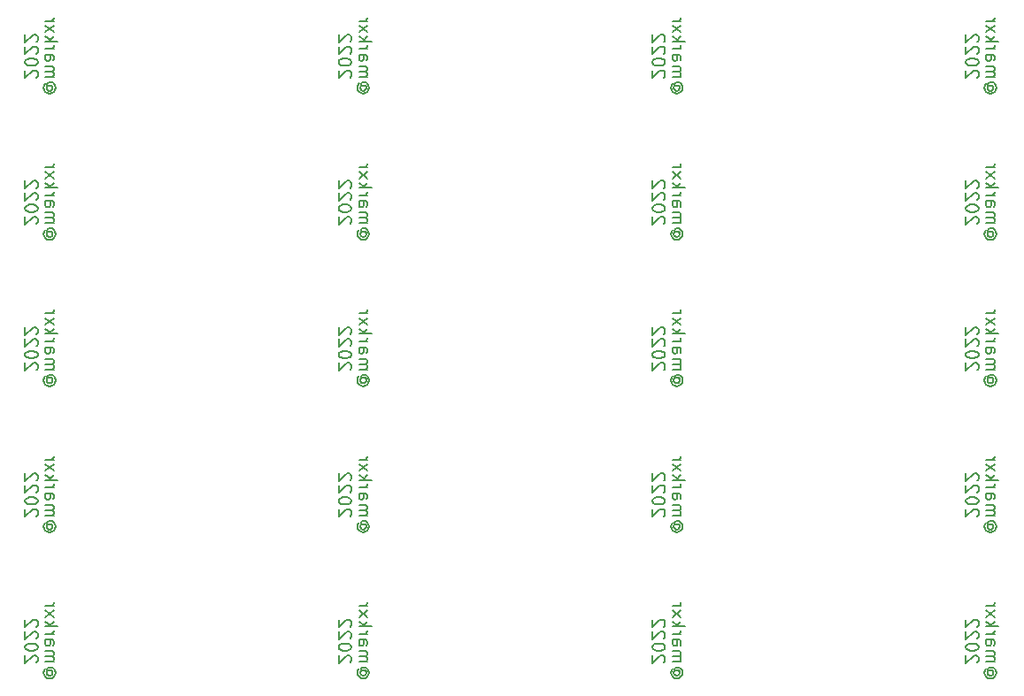
<source format=gbr>
%TF.GenerationSoftware,KiCad,Pcbnew,6.0.0-rc1-unknown-c40e921cb3~144~ubuntu18.04.1*%
%TF.CreationDate,2021-12-01T16:53:05+00:00*%
%TF.ProjectId,output.panel20,6f757470-7574-42e7-9061-6e656c32302e,rev?*%
%TF.SameCoordinates,PX9896800PY7270e00*%
%TF.FileFunction,Legend,Bot*%
%TF.FilePolarity,Positive*%
%FSLAX46Y46*%
G04 Gerber Fmt 4.6, Leading zero omitted, Abs format (unit mm)*
G04 Created by KiCad (PCBNEW 6.0.0-rc1-unknown-c40e921cb3~144~ubuntu18.04.1) date 2021-12-01 16:53:05*
%MOMM*%
%LPD*%
G01*
G04 APERTURE LIST*
%ADD10C,0.150000*%
G04 APERTURE END LIST*
D10*
X24394571Y-2900000D02*
X24451714Y-2957142D01*
X24508857Y-3071428D01*
X24508857Y-3185714D01*
X24451714Y-3300000D01*
X24394571Y-3357142D01*
X24280285Y-3414285D01*
X24166000Y-3414285D01*
X24051714Y-3357142D01*
X23994571Y-3300000D01*
X23937428Y-3185714D01*
X23937428Y-3071428D01*
X23994571Y-2957142D01*
X24051714Y-2900000D01*
X24508857Y-2900000D02*
X24051714Y-2900000D01*
X23994571Y-2842857D01*
X23994571Y-2785714D01*
X24051714Y-2671428D01*
X24166000Y-2614285D01*
X24451714Y-2614285D01*
X24623142Y-2728571D01*
X24737428Y-2900000D01*
X24794571Y-3128571D01*
X24737428Y-3357142D01*
X24623142Y-3528571D01*
X24451714Y-3642857D01*
X24223142Y-3700000D01*
X23994571Y-3642857D01*
X23823142Y-3528571D01*
X23708857Y-3357142D01*
X23651714Y-3128571D01*
X23708857Y-2900000D01*
X23823142Y-2728571D01*
X23823142Y-2100000D02*
X24623142Y-2100000D01*
X24508857Y-2100000D02*
X24566000Y-2042857D01*
X24623142Y-1928571D01*
X24623142Y-1757142D01*
X24566000Y-1642857D01*
X24451714Y-1585714D01*
X23823142Y-1585714D01*
X24451714Y-1585714D02*
X24566000Y-1528571D01*
X24623142Y-1414285D01*
X24623142Y-1242857D01*
X24566000Y-1128571D01*
X24451714Y-1071428D01*
X23823142Y-1071428D01*
X23823142Y14286D02*
X24451714Y14286D01*
X24566000Y-42857D01*
X24623142Y-157142D01*
X24623142Y-385714D01*
X24566000Y-500000D01*
X23880285Y14286D02*
X23823142Y-100000D01*
X23823142Y-385714D01*
X23880285Y-500000D01*
X23994571Y-557142D01*
X24108857Y-557142D01*
X24223142Y-500000D01*
X24280285Y-385714D01*
X24280285Y-100000D01*
X24337428Y14286D01*
X23823142Y585715D02*
X24623142Y585715D01*
X24394571Y585715D02*
X24508857Y642858D01*
X24566000Y700000D01*
X24623142Y814286D01*
X24623142Y928572D01*
X23823142Y1328572D02*
X25023142Y1328572D01*
X24280285Y1442858D02*
X23823142Y1785715D01*
X24623142Y1785715D02*
X24166000Y1328572D01*
X23823142Y2185715D02*
X24623142Y2814286D01*
X24623142Y2185715D02*
X23823142Y2814286D01*
X23823142Y3271429D02*
X24623142Y3271429D01*
X24394571Y3271429D02*
X24508857Y3328572D01*
X24566000Y3385715D01*
X24623142Y3500000D01*
X24623142Y3614286D01*
X22976857Y-2157142D02*
X23034000Y-2100000D01*
X23091142Y-1985714D01*
X23091142Y-1700000D01*
X23034000Y-1585714D01*
X22976857Y-1528571D01*
X22862571Y-1471428D01*
X22748285Y-1471428D01*
X22576857Y-1528571D01*
X21891142Y-2214285D01*
X21891142Y-1471428D01*
X23091142Y-728571D02*
X23091142Y-614285D01*
X23034000Y-500000D01*
X22976857Y-442857D01*
X22862571Y-385714D01*
X22634000Y-328571D01*
X22348285Y-328571D01*
X22119714Y-385714D01*
X22005428Y-442857D01*
X21948285Y-500000D01*
X21891142Y-614285D01*
X21891142Y-728571D01*
X21948285Y-842857D01*
X22005428Y-900000D01*
X22119714Y-957142D01*
X22348285Y-1014285D01*
X22634000Y-1014285D01*
X22862571Y-957142D01*
X22976857Y-900000D01*
X23034000Y-842857D01*
X23091142Y-728571D01*
X22976857Y128572D02*
X23034000Y185715D01*
X23091142Y300000D01*
X23091142Y585715D01*
X23034000Y700000D01*
X22976857Y757143D01*
X22862571Y814286D01*
X22748285Y814286D01*
X22576857Y757143D01*
X21891142Y71429D01*
X21891142Y814286D01*
X22976857Y1271429D02*
X23034000Y1328572D01*
X23091142Y1442858D01*
X23091142Y1728572D01*
X23034000Y1842858D01*
X22976857Y1900000D01*
X22862571Y1957143D01*
X22748285Y1957143D01*
X22576857Y1900000D01*
X21891142Y1214286D01*
X21891142Y1957143D01*
X-5605429Y11100000D02*
X-5548286Y11042858D01*
X-5491143Y10928572D01*
X-5491143Y10814286D01*
X-5548286Y10700000D01*
X-5605429Y10642858D01*
X-5719715Y10585715D01*
X-5834000Y10585715D01*
X-5948286Y10642858D01*
X-6005429Y10700000D01*
X-6062572Y10814286D01*
X-6062572Y10928572D01*
X-6005429Y11042858D01*
X-5948286Y11100000D01*
X-5491143Y11100000D02*
X-5948286Y11100000D01*
X-6005429Y11157143D01*
X-6005429Y11214286D01*
X-5948286Y11328572D01*
X-5834000Y11385715D01*
X-5548286Y11385715D01*
X-5376858Y11271429D01*
X-5262572Y11100000D01*
X-5205429Y10871429D01*
X-5262572Y10642858D01*
X-5376858Y10471429D01*
X-5548286Y10357143D01*
X-5776858Y10300000D01*
X-6005429Y10357143D01*
X-6176858Y10471429D01*
X-6291143Y10642858D01*
X-6348286Y10871429D01*
X-6291143Y11100000D01*
X-6176858Y11271429D01*
X-6176858Y11900000D02*
X-5376858Y11900000D01*
X-5491143Y11900000D02*
X-5434000Y11957143D01*
X-5376858Y12071429D01*
X-5376858Y12242858D01*
X-5434000Y12357143D01*
X-5548286Y12414286D01*
X-6176858Y12414286D01*
X-5548286Y12414286D02*
X-5434000Y12471429D01*
X-5376858Y12585715D01*
X-5376858Y12757143D01*
X-5434000Y12871429D01*
X-5548286Y12928572D01*
X-6176858Y12928572D01*
X-6176858Y14014286D02*
X-5548286Y14014286D01*
X-5434000Y13957143D01*
X-5376858Y13842858D01*
X-5376858Y13614286D01*
X-5434000Y13500000D01*
X-6119715Y14014286D02*
X-6176858Y13900000D01*
X-6176858Y13614286D01*
X-6119715Y13500000D01*
X-6005429Y13442858D01*
X-5891143Y13442858D01*
X-5776858Y13500000D01*
X-5719715Y13614286D01*
X-5719715Y13900000D01*
X-5662572Y14014286D01*
X-6176858Y14585715D02*
X-5376858Y14585715D01*
X-5605429Y14585715D02*
X-5491143Y14642858D01*
X-5434000Y14700000D01*
X-5376858Y14814286D01*
X-5376858Y14928572D01*
X-6176858Y15328572D02*
X-4976858Y15328572D01*
X-5719715Y15442858D02*
X-6176858Y15785715D01*
X-5376858Y15785715D02*
X-5834000Y15328572D01*
X-6176858Y16185715D02*
X-5376858Y16814286D01*
X-5376858Y16185715D02*
X-6176858Y16814286D01*
X-6176858Y17271429D02*
X-5376858Y17271429D01*
X-5605429Y17271429D02*
X-5491143Y17328572D01*
X-5434000Y17385715D01*
X-5376858Y17500000D01*
X-5376858Y17614286D01*
X-7023143Y11842858D02*
X-6966000Y11900000D01*
X-6908858Y12014286D01*
X-6908858Y12300000D01*
X-6966000Y12414286D01*
X-7023143Y12471429D01*
X-7137429Y12528572D01*
X-7251715Y12528572D01*
X-7423143Y12471429D01*
X-8108858Y11785715D01*
X-8108858Y12528572D01*
X-6908858Y13271429D02*
X-6908858Y13385715D01*
X-6966000Y13500000D01*
X-7023143Y13557143D01*
X-7137429Y13614286D01*
X-7366000Y13671429D01*
X-7651715Y13671429D01*
X-7880286Y13614286D01*
X-7994572Y13557143D01*
X-8051715Y13500000D01*
X-8108858Y13385715D01*
X-8108858Y13271429D01*
X-8051715Y13157143D01*
X-7994572Y13100000D01*
X-7880286Y13042858D01*
X-7651715Y12985715D01*
X-7366000Y12985715D01*
X-7137429Y13042858D01*
X-7023143Y13100000D01*
X-6966000Y13157143D01*
X-6908858Y13271429D01*
X-7023143Y14128572D02*
X-6966000Y14185715D01*
X-6908858Y14300000D01*
X-6908858Y14585715D01*
X-6966000Y14700000D01*
X-7023143Y14757143D01*
X-7137429Y14814286D01*
X-7251715Y14814286D01*
X-7423143Y14757143D01*
X-8108858Y14071429D01*
X-8108858Y14814286D01*
X-7023143Y15271429D02*
X-6966000Y15328572D01*
X-6908858Y15442858D01*
X-6908858Y15728572D01*
X-6966000Y15842858D01*
X-7023143Y15900000D01*
X-7137429Y15957143D01*
X-7251715Y15957143D01*
X-7423143Y15900000D01*
X-8108858Y15214286D01*
X-8108858Y15957143D01*
X24394571Y25100000D02*
X24451714Y25042858D01*
X24508857Y24928572D01*
X24508857Y24814286D01*
X24451714Y24700000D01*
X24394571Y24642858D01*
X24280285Y24585715D01*
X24166000Y24585715D01*
X24051714Y24642858D01*
X23994571Y24700000D01*
X23937428Y24814286D01*
X23937428Y24928572D01*
X23994571Y25042858D01*
X24051714Y25100000D01*
X24508857Y25100000D02*
X24051714Y25100000D01*
X23994571Y25157143D01*
X23994571Y25214286D01*
X24051714Y25328572D01*
X24166000Y25385715D01*
X24451714Y25385715D01*
X24623142Y25271429D01*
X24737428Y25100000D01*
X24794571Y24871429D01*
X24737428Y24642858D01*
X24623142Y24471429D01*
X24451714Y24357143D01*
X24223142Y24300000D01*
X23994571Y24357143D01*
X23823142Y24471429D01*
X23708857Y24642858D01*
X23651714Y24871429D01*
X23708857Y25100000D01*
X23823142Y25271429D01*
X23823142Y25900000D02*
X24623142Y25900000D01*
X24508857Y25900000D02*
X24566000Y25957143D01*
X24623142Y26071429D01*
X24623142Y26242858D01*
X24566000Y26357143D01*
X24451714Y26414286D01*
X23823142Y26414286D01*
X24451714Y26414286D02*
X24566000Y26471429D01*
X24623142Y26585715D01*
X24623142Y26757143D01*
X24566000Y26871429D01*
X24451714Y26928572D01*
X23823142Y26928572D01*
X23823142Y28014286D02*
X24451714Y28014286D01*
X24566000Y27957143D01*
X24623142Y27842858D01*
X24623142Y27614286D01*
X24566000Y27500000D01*
X23880285Y28014286D02*
X23823142Y27900000D01*
X23823142Y27614286D01*
X23880285Y27500000D01*
X23994571Y27442858D01*
X24108857Y27442858D01*
X24223142Y27500000D01*
X24280285Y27614286D01*
X24280285Y27900000D01*
X24337428Y28014286D01*
X23823142Y28585715D02*
X24623142Y28585715D01*
X24394571Y28585715D02*
X24508857Y28642858D01*
X24566000Y28700000D01*
X24623142Y28814286D01*
X24623142Y28928572D01*
X23823142Y29328572D02*
X25023142Y29328572D01*
X24280285Y29442858D02*
X23823142Y29785715D01*
X24623142Y29785715D02*
X24166000Y29328572D01*
X23823142Y30185715D02*
X24623142Y30814286D01*
X24623142Y30185715D02*
X23823142Y30814286D01*
X23823142Y31271429D02*
X24623142Y31271429D01*
X24394571Y31271429D02*
X24508857Y31328572D01*
X24566000Y31385715D01*
X24623142Y31500000D01*
X24623142Y31614286D01*
X22976857Y25842858D02*
X23034000Y25900000D01*
X23091142Y26014286D01*
X23091142Y26300000D01*
X23034000Y26414286D01*
X22976857Y26471429D01*
X22862571Y26528572D01*
X22748285Y26528572D01*
X22576857Y26471429D01*
X21891142Y25785715D01*
X21891142Y26528572D01*
X23091142Y27271429D02*
X23091142Y27385715D01*
X23034000Y27500000D01*
X22976857Y27557143D01*
X22862571Y27614286D01*
X22634000Y27671429D01*
X22348285Y27671429D01*
X22119714Y27614286D01*
X22005428Y27557143D01*
X21948285Y27500000D01*
X21891142Y27385715D01*
X21891142Y27271429D01*
X21948285Y27157143D01*
X22005428Y27100000D01*
X22119714Y27042858D01*
X22348285Y26985715D01*
X22634000Y26985715D01*
X22862571Y27042858D01*
X22976857Y27100000D01*
X23034000Y27157143D01*
X23091142Y27271429D01*
X22976857Y28128572D02*
X23034000Y28185715D01*
X23091142Y28300000D01*
X23091142Y28585715D01*
X23034000Y28700000D01*
X22976857Y28757143D01*
X22862571Y28814286D01*
X22748285Y28814286D01*
X22576857Y28757143D01*
X21891142Y28071429D01*
X21891142Y28814286D01*
X22976857Y29271429D02*
X23034000Y29328572D01*
X23091142Y29442858D01*
X23091142Y29728572D01*
X23034000Y29842858D01*
X22976857Y29900000D01*
X22862571Y29957143D01*
X22748285Y29957143D01*
X22576857Y29900000D01*
X21891142Y29214286D01*
X21891142Y29957143D01*
X-35605429Y-2900000D02*
X-35548286Y-2957142D01*
X-35491143Y-3071428D01*
X-35491143Y-3185714D01*
X-35548286Y-3300000D01*
X-35605429Y-3357142D01*
X-35719715Y-3414285D01*
X-35834000Y-3414285D01*
X-35948286Y-3357142D01*
X-36005429Y-3300000D01*
X-36062572Y-3185714D01*
X-36062572Y-3071428D01*
X-36005429Y-2957142D01*
X-35948286Y-2900000D01*
X-35491143Y-2900000D02*
X-35948286Y-2900000D01*
X-36005429Y-2842857D01*
X-36005429Y-2785714D01*
X-35948286Y-2671428D01*
X-35834000Y-2614285D01*
X-35548286Y-2614285D01*
X-35376858Y-2728571D01*
X-35262572Y-2900000D01*
X-35205429Y-3128571D01*
X-35262572Y-3357142D01*
X-35376858Y-3528571D01*
X-35548286Y-3642857D01*
X-35776858Y-3700000D01*
X-36005429Y-3642857D01*
X-36176858Y-3528571D01*
X-36291143Y-3357142D01*
X-36348286Y-3128571D01*
X-36291143Y-2900000D01*
X-36176858Y-2728571D01*
X-36176858Y-2100000D02*
X-35376858Y-2100000D01*
X-35491143Y-2100000D02*
X-35434000Y-2042857D01*
X-35376858Y-1928571D01*
X-35376858Y-1757142D01*
X-35434000Y-1642857D01*
X-35548286Y-1585714D01*
X-36176858Y-1585714D01*
X-35548286Y-1585714D02*
X-35434000Y-1528571D01*
X-35376858Y-1414285D01*
X-35376858Y-1242857D01*
X-35434000Y-1128571D01*
X-35548286Y-1071428D01*
X-36176858Y-1071428D01*
X-36176858Y14286D02*
X-35548286Y14286D01*
X-35434000Y-42857D01*
X-35376858Y-157142D01*
X-35376858Y-385714D01*
X-35434000Y-500000D01*
X-36119715Y14286D02*
X-36176858Y-100000D01*
X-36176858Y-385714D01*
X-36119715Y-500000D01*
X-36005429Y-557142D01*
X-35891143Y-557142D01*
X-35776858Y-500000D01*
X-35719715Y-385714D01*
X-35719715Y-100000D01*
X-35662572Y14286D01*
X-36176858Y585715D02*
X-35376858Y585715D01*
X-35605429Y585715D02*
X-35491143Y642858D01*
X-35434000Y700000D01*
X-35376858Y814286D01*
X-35376858Y928572D01*
X-36176858Y1328572D02*
X-34976858Y1328572D01*
X-35719715Y1442858D02*
X-36176858Y1785715D01*
X-35376858Y1785715D02*
X-35834000Y1328572D01*
X-36176858Y2185715D02*
X-35376858Y2814286D01*
X-35376858Y2185715D02*
X-36176858Y2814286D01*
X-36176858Y3271429D02*
X-35376858Y3271429D01*
X-35605429Y3271429D02*
X-35491143Y3328572D01*
X-35434000Y3385715D01*
X-35376858Y3500000D01*
X-35376858Y3614286D01*
X-37023143Y-2157142D02*
X-36966000Y-2100000D01*
X-36908858Y-1985714D01*
X-36908858Y-1700000D01*
X-36966000Y-1585714D01*
X-37023143Y-1528571D01*
X-37137429Y-1471428D01*
X-37251715Y-1471428D01*
X-37423143Y-1528571D01*
X-38108858Y-2214285D01*
X-38108858Y-1471428D01*
X-36908858Y-728571D02*
X-36908858Y-614285D01*
X-36966000Y-500000D01*
X-37023143Y-442857D01*
X-37137429Y-385714D01*
X-37366000Y-328571D01*
X-37651715Y-328571D01*
X-37880286Y-385714D01*
X-37994572Y-442857D01*
X-38051715Y-500000D01*
X-38108858Y-614285D01*
X-38108858Y-728571D01*
X-38051715Y-842857D01*
X-37994572Y-900000D01*
X-37880286Y-957142D01*
X-37651715Y-1014285D01*
X-37366000Y-1014285D01*
X-37137429Y-957142D01*
X-37023143Y-900000D01*
X-36966000Y-842857D01*
X-36908858Y-728571D01*
X-37023143Y128572D02*
X-36966000Y185715D01*
X-36908858Y300000D01*
X-36908858Y585715D01*
X-36966000Y700000D01*
X-37023143Y757143D01*
X-37137429Y814286D01*
X-37251715Y814286D01*
X-37423143Y757143D01*
X-38108858Y71429D01*
X-38108858Y814286D01*
X-37023143Y1271429D02*
X-36966000Y1328572D01*
X-36908858Y1442858D01*
X-36908858Y1728572D01*
X-36966000Y1842858D01*
X-37023143Y1900000D01*
X-37137429Y1957143D01*
X-37251715Y1957143D01*
X-37423143Y1900000D01*
X-38108858Y1214286D01*
X-38108858Y1957143D01*
X-65605429Y53100000D02*
X-65548286Y53042858D01*
X-65491143Y52928572D01*
X-65491143Y52814286D01*
X-65548286Y52700000D01*
X-65605429Y52642858D01*
X-65719715Y52585715D01*
X-65834000Y52585715D01*
X-65948286Y52642858D01*
X-66005429Y52700000D01*
X-66062572Y52814286D01*
X-66062572Y52928572D01*
X-66005429Y53042858D01*
X-65948286Y53100000D01*
X-65491143Y53100000D02*
X-65948286Y53100000D01*
X-66005429Y53157143D01*
X-66005429Y53214286D01*
X-65948286Y53328572D01*
X-65834000Y53385715D01*
X-65548286Y53385715D01*
X-65376858Y53271429D01*
X-65262572Y53100000D01*
X-65205429Y52871429D01*
X-65262572Y52642858D01*
X-65376858Y52471429D01*
X-65548286Y52357143D01*
X-65776858Y52300000D01*
X-66005429Y52357143D01*
X-66176858Y52471429D01*
X-66291143Y52642858D01*
X-66348286Y52871429D01*
X-66291143Y53100000D01*
X-66176858Y53271429D01*
X-66176858Y53900000D02*
X-65376858Y53900000D01*
X-65491143Y53900000D02*
X-65434000Y53957143D01*
X-65376858Y54071429D01*
X-65376858Y54242858D01*
X-65434000Y54357143D01*
X-65548286Y54414286D01*
X-66176858Y54414286D01*
X-65548286Y54414286D02*
X-65434000Y54471429D01*
X-65376858Y54585715D01*
X-65376858Y54757143D01*
X-65434000Y54871429D01*
X-65548286Y54928572D01*
X-66176858Y54928572D01*
X-66176858Y56014286D02*
X-65548286Y56014286D01*
X-65434000Y55957143D01*
X-65376858Y55842858D01*
X-65376858Y55614286D01*
X-65434000Y55500000D01*
X-66119715Y56014286D02*
X-66176858Y55900000D01*
X-66176858Y55614286D01*
X-66119715Y55500000D01*
X-66005429Y55442858D01*
X-65891143Y55442858D01*
X-65776858Y55500000D01*
X-65719715Y55614286D01*
X-65719715Y55900000D01*
X-65662572Y56014286D01*
X-66176858Y56585715D02*
X-65376858Y56585715D01*
X-65605429Y56585715D02*
X-65491143Y56642858D01*
X-65434000Y56700000D01*
X-65376858Y56814286D01*
X-65376858Y56928572D01*
X-66176858Y57328572D02*
X-64976858Y57328572D01*
X-65719715Y57442858D02*
X-66176858Y57785715D01*
X-65376858Y57785715D02*
X-65834000Y57328572D01*
X-66176858Y58185715D02*
X-65376858Y58814286D01*
X-65376858Y58185715D02*
X-66176858Y58814286D01*
X-66176858Y59271429D02*
X-65376858Y59271429D01*
X-65605429Y59271429D02*
X-65491143Y59328572D01*
X-65434000Y59385715D01*
X-65376858Y59500000D01*
X-65376858Y59614286D01*
X-67023143Y53842858D02*
X-66966000Y53900000D01*
X-66908858Y54014286D01*
X-66908858Y54300000D01*
X-66966000Y54414286D01*
X-67023143Y54471429D01*
X-67137429Y54528572D01*
X-67251715Y54528572D01*
X-67423143Y54471429D01*
X-68108858Y53785715D01*
X-68108858Y54528572D01*
X-66908858Y55271429D02*
X-66908858Y55385715D01*
X-66966000Y55500000D01*
X-67023143Y55557143D01*
X-67137429Y55614286D01*
X-67366000Y55671429D01*
X-67651715Y55671429D01*
X-67880286Y55614286D01*
X-67994572Y55557143D01*
X-68051715Y55500000D01*
X-68108858Y55385715D01*
X-68108858Y55271429D01*
X-68051715Y55157143D01*
X-67994572Y55100000D01*
X-67880286Y55042858D01*
X-67651715Y54985715D01*
X-67366000Y54985715D01*
X-67137429Y55042858D01*
X-67023143Y55100000D01*
X-66966000Y55157143D01*
X-66908858Y55271429D01*
X-67023143Y56128572D02*
X-66966000Y56185715D01*
X-66908858Y56300000D01*
X-66908858Y56585715D01*
X-66966000Y56700000D01*
X-67023143Y56757143D01*
X-67137429Y56814286D01*
X-67251715Y56814286D01*
X-67423143Y56757143D01*
X-68108858Y56071429D01*
X-68108858Y56814286D01*
X-67023143Y57271429D02*
X-66966000Y57328572D01*
X-66908858Y57442858D01*
X-66908858Y57728572D01*
X-66966000Y57842858D01*
X-67023143Y57900000D01*
X-67137429Y57957143D01*
X-67251715Y57957143D01*
X-67423143Y57900000D01*
X-68108858Y57214286D01*
X-68108858Y57957143D01*
X-35605429Y25100000D02*
X-35548286Y25042858D01*
X-35491143Y24928572D01*
X-35491143Y24814286D01*
X-35548286Y24700000D01*
X-35605429Y24642858D01*
X-35719715Y24585715D01*
X-35834000Y24585715D01*
X-35948286Y24642858D01*
X-36005429Y24700000D01*
X-36062572Y24814286D01*
X-36062572Y24928572D01*
X-36005429Y25042858D01*
X-35948286Y25100000D01*
X-35491143Y25100000D02*
X-35948286Y25100000D01*
X-36005429Y25157143D01*
X-36005429Y25214286D01*
X-35948286Y25328572D01*
X-35834000Y25385715D01*
X-35548286Y25385715D01*
X-35376858Y25271429D01*
X-35262572Y25100000D01*
X-35205429Y24871429D01*
X-35262572Y24642858D01*
X-35376858Y24471429D01*
X-35548286Y24357143D01*
X-35776858Y24300000D01*
X-36005429Y24357143D01*
X-36176858Y24471429D01*
X-36291143Y24642858D01*
X-36348286Y24871429D01*
X-36291143Y25100000D01*
X-36176858Y25271429D01*
X-36176858Y25900000D02*
X-35376858Y25900000D01*
X-35491143Y25900000D02*
X-35434000Y25957143D01*
X-35376858Y26071429D01*
X-35376858Y26242858D01*
X-35434000Y26357143D01*
X-35548286Y26414286D01*
X-36176858Y26414286D01*
X-35548286Y26414286D02*
X-35434000Y26471429D01*
X-35376858Y26585715D01*
X-35376858Y26757143D01*
X-35434000Y26871429D01*
X-35548286Y26928572D01*
X-36176858Y26928572D01*
X-36176858Y28014286D02*
X-35548286Y28014286D01*
X-35434000Y27957143D01*
X-35376858Y27842858D01*
X-35376858Y27614286D01*
X-35434000Y27500000D01*
X-36119715Y28014286D02*
X-36176858Y27900000D01*
X-36176858Y27614286D01*
X-36119715Y27500000D01*
X-36005429Y27442858D01*
X-35891143Y27442858D01*
X-35776858Y27500000D01*
X-35719715Y27614286D01*
X-35719715Y27900000D01*
X-35662572Y28014286D01*
X-36176858Y28585715D02*
X-35376858Y28585715D01*
X-35605429Y28585715D02*
X-35491143Y28642858D01*
X-35434000Y28700000D01*
X-35376858Y28814286D01*
X-35376858Y28928572D01*
X-36176858Y29328572D02*
X-34976858Y29328572D01*
X-35719715Y29442858D02*
X-36176858Y29785715D01*
X-35376858Y29785715D02*
X-35834000Y29328572D01*
X-36176858Y30185715D02*
X-35376858Y30814286D01*
X-35376858Y30185715D02*
X-36176858Y30814286D01*
X-36176858Y31271429D02*
X-35376858Y31271429D01*
X-35605429Y31271429D02*
X-35491143Y31328572D01*
X-35434000Y31385715D01*
X-35376858Y31500000D01*
X-35376858Y31614286D01*
X-37023143Y25842858D02*
X-36966000Y25900000D01*
X-36908858Y26014286D01*
X-36908858Y26300000D01*
X-36966000Y26414286D01*
X-37023143Y26471429D01*
X-37137429Y26528572D01*
X-37251715Y26528572D01*
X-37423143Y26471429D01*
X-38108858Y25785715D01*
X-38108858Y26528572D01*
X-36908858Y27271429D02*
X-36908858Y27385715D01*
X-36966000Y27500000D01*
X-37023143Y27557143D01*
X-37137429Y27614286D01*
X-37366000Y27671429D01*
X-37651715Y27671429D01*
X-37880286Y27614286D01*
X-37994572Y27557143D01*
X-38051715Y27500000D01*
X-38108858Y27385715D01*
X-38108858Y27271429D01*
X-38051715Y27157143D01*
X-37994572Y27100000D01*
X-37880286Y27042858D01*
X-37651715Y26985715D01*
X-37366000Y26985715D01*
X-37137429Y27042858D01*
X-37023143Y27100000D01*
X-36966000Y27157143D01*
X-36908858Y27271429D01*
X-37023143Y28128572D02*
X-36966000Y28185715D01*
X-36908858Y28300000D01*
X-36908858Y28585715D01*
X-36966000Y28700000D01*
X-37023143Y28757143D01*
X-37137429Y28814286D01*
X-37251715Y28814286D01*
X-37423143Y28757143D01*
X-38108858Y28071429D01*
X-38108858Y28814286D01*
X-37023143Y29271429D02*
X-36966000Y29328572D01*
X-36908858Y29442858D01*
X-36908858Y29728572D01*
X-36966000Y29842858D01*
X-37023143Y29900000D01*
X-37137429Y29957143D01*
X-37251715Y29957143D01*
X-37423143Y29900000D01*
X-38108858Y29214286D01*
X-38108858Y29957143D01*
X-5605429Y25100000D02*
X-5548286Y25042858D01*
X-5491143Y24928572D01*
X-5491143Y24814286D01*
X-5548286Y24700000D01*
X-5605429Y24642858D01*
X-5719715Y24585715D01*
X-5834000Y24585715D01*
X-5948286Y24642858D01*
X-6005429Y24700000D01*
X-6062572Y24814286D01*
X-6062572Y24928572D01*
X-6005429Y25042858D01*
X-5948286Y25100000D01*
X-5491143Y25100000D02*
X-5948286Y25100000D01*
X-6005429Y25157143D01*
X-6005429Y25214286D01*
X-5948286Y25328572D01*
X-5834000Y25385715D01*
X-5548286Y25385715D01*
X-5376858Y25271429D01*
X-5262572Y25100000D01*
X-5205429Y24871429D01*
X-5262572Y24642858D01*
X-5376858Y24471429D01*
X-5548286Y24357143D01*
X-5776858Y24300000D01*
X-6005429Y24357143D01*
X-6176858Y24471429D01*
X-6291143Y24642858D01*
X-6348286Y24871429D01*
X-6291143Y25100000D01*
X-6176858Y25271429D01*
X-6176858Y25900000D02*
X-5376858Y25900000D01*
X-5491143Y25900000D02*
X-5434000Y25957143D01*
X-5376858Y26071429D01*
X-5376858Y26242858D01*
X-5434000Y26357143D01*
X-5548286Y26414286D01*
X-6176858Y26414286D01*
X-5548286Y26414286D02*
X-5434000Y26471429D01*
X-5376858Y26585715D01*
X-5376858Y26757143D01*
X-5434000Y26871429D01*
X-5548286Y26928572D01*
X-6176858Y26928572D01*
X-6176858Y28014286D02*
X-5548286Y28014286D01*
X-5434000Y27957143D01*
X-5376858Y27842858D01*
X-5376858Y27614286D01*
X-5434000Y27500000D01*
X-6119715Y28014286D02*
X-6176858Y27900000D01*
X-6176858Y27614286D01*
X-6119715Y27500000D01*
X-6005429Y27442858D01*
X-5891143Y27442858D01*
X-5776858Y27500000D01*
X-5719715Y27614286D01*
X-5719715Y27900000D01*
X-5662572Y28014286D01*
X-6176858Y28585715D02*
X-5376858Y28585715D01*
X-5605429Y28585715D02*
X-5491143Y28642858D01*
X-5434000Y28700000D01*
X-5376858Y28814286D01*
X-5376858Y28928572D01*
X-6176858Y29328572D02*
X-4976858Y29328572D01*
X-5719715Y29442858D02*
X-6176858Y29785715D01*
X-5376858Y29785715D02*
X-5834000Y29328572D01*
X-6176858Y30185715D02*
X-5376858Y30814286D01*
X-5376858Y30185715D02*
X-6176858Y30814286D01*
X-6176858Y31271429D02*
X-5376858Y31271429D01*
X-5605429Y31271429D02*
X-5491143Y31328572D01*
X-5434000Y31385715D01*
X-5376858Y31500000D01*
X-5376858Y31614286D01*
X-7023143Y25842858D02*
X-6966000Y25900000D01*
X-6908858Y26014286D01*
X-6908858Y26300000D01*
X-6966000Y26414286D01*
X-7023143Y26471429D01*
X-7137429Y26528572D01*
X-7251715Y26528572D01*
X-7423143Y26471429D01*
X-8108858Y25785715D01*
X-8108858Y26528572D01*
X-6908858Y27271429D02*
X-6908858Y27385715D01*
X-6966000Y27500000D01*
X-7023143Y27557143D01*
X-7137429Y27614286D01*
X-7366000Y27671429D01*
X-7651715Y27671429D01*
X-7880286Y27614286D01*
X-7994572Y27557143D01*
X-8051715Y27500000D01*
X-8108858Y27385715D01*
X-8108858Y27271429D01*
X-8051715Y27157143D01*
X-7994572Y27100000D01*
X-7880286Y27042858D01*
X-7651715Y26985715D01*
X-7366000Y26985715D01*
X-7137429Y27042858D01*
X-7023143Y27100000D01*
X-6966000Y27157143D01*
X-6908858Y27271429D01*
X-7023143Y28128572D02*
X-6966000Y28185715D01*
X-6908858Y28300000D01*
X-6908858Y28585715D01*
X-6966000Y28700000D01*
X-7023143Y28757143D01*
X-7137429Y28814286D01*
X-7251715Y28814286D01*
X-7423143Y28757143D01*
X-8108858Y28071429D01*
X-8108858Y28814286D01*
X-7023143Y29271429D02*
X-6966000Y29328572D01*
X-6908858Y29442858D01*
X-6908858Y29728572D01*
X-6966000Y29842858D01*
X-7023143Y29900000D01*
X-7137429Y29957143D01*
X-7251715Y29957143D01*
X-7423143Y29900000D01*
X-8108858Y29214286D01*
X-8108858Y29957143D01*
X24394571Y53100000D02*
X24451714Y53042858D01*
X24508857Y52928572D01*
X24508857Y52814286D01*
X24451714Y52700000D01*
X24394571Y52642858D01*
X24280285Y52585715D01*
X24166000Y52585715D01*
X24051714Y52642858D01*
X23994571Y52700000D01*
X23937428Y52814286D01*
X23937428Y52928572D01*
X23994571Y53042858D01*
X24051714Y53100000D01*
X24508857Y53100000D02*
X24051714Y53100000D01*
X23994571Y53157143D01*
X23994571Y53214286D01*
X24051714Y53328572D01*
X24166000Y53385715D01*
X24451714Y53385715D01*
X24623142Y53271429D01*
X24737428Y53100000D01*
X24794571Y52871429D01*
X24737428Y52642858D01*
X24623142Y52471429D01*
X24451714Y52357143D01*
X24223142Y52300000D01*
X23994571Y52357143D01*
X23823142Y52471429D01*
X23708857Y52642858D01*
X23651714Y52871429D01*
X23708857Y53100000D01*
X23823142Y53271429D01*
X23823142Y53900000D02*
X24623142Y53900000D01*
X24508857Y53900000D02*
X24566000Y53957143D01*
X24623142Y54071429D01*
X24623142Y54242858D01*
X24566000Y54357143D01*
X24451714Y54414286D01*
X23823142Y54414286D01*
X24451714Y54414286D02*
X24566000Y54471429D01*
X24623142Y54585715D01*
X24623142Y54757143D01*
X24566000Y54871429D01*
X24451714Y54928572D01*
X23823142Y54928572D01*
X23823142Y56014286D02*
X24451714Y56014286D01*
X24566000Y55957143D01*
X24623142Y55842858D01*
X24623142Y55614286D01*
X24566000Y55500000D01*
X23880285Y56014286D02*
X23823142Y55900000D01*
X23823142Y55614286D01*
X23880285Y55500000D01*
X23994571Y55442858D01*
X24108857Y55442858D01*
X24223142Y55500000D01*
X24280285Y55614286D01*
X24280285Y55900000D01*
X24337428Y56014286D01*
X23823142Y56585715D02*
X24623142Y56585715D01*
X24394571Y56585715D02*
X24508857Y56642858D01*
X24566000Y56700000D01*
X24623142Y56814286D01*
X24623142Y56928572D01*
X23823142Y57328572D02*
X25023142Y57328572D01*
X24280285Y57442858D02*
X23823142Y57785715D01*
X24623142Y57785715D02*
X24166000Y57328572D01*
X23823142Y58185715D02*
X24623142Y58814286D01*
X24623142Y58185715D02*
X23823142Y58814286D01*
X23823142Y59271429D02*
X24623142Y59271429D01*
X24394571Y59271429D02*
X24508857Y59328572D01*
X24566000Y59385715D01*
X24623142Y59500000D01*
X24623142Y59614286D01*
X22976857Y53842858D02*
X23034000Y53900000D01*
X23091142Y54014286D01*
X23091142Y54300000D01*
X23034000Y54414286D01*
X22976857Y54471429D01*
X22862571Y54528572D01*
X22748285Y54528572D01*
X22576857Y54471429D01*
X21891142Y53785715D01*
X21891142Y54528572D01*
X23091142Y55271429D02*
X23091142Y55385715D01*
X23034000Y55500000D01*
X22976857Y55557143D01*
X22862571Y55614286D01*
X22634000Y55671429D01*
X22348285Y55671429D01*
X22119714Y55614286D01*
X22005428Y55557143D01*
X21948285Y55500000D01*
X21891142Y55385715D01*
X21891142Y55271429D01*
X21948285Y55157143D01*
X22005428Y55100000D01*
X22119714Y55042858D01*
X22348285Y54985715D01*
X22634000Y54985715D01*
X22862571Y55042858D01*
X22976857Y55100000D01*
X23034000Y55157143D01*
X23091142Y55271429D01*
X22976857Y56128572D02*
X23034000Y56185715D01*
X23091142Y56300000D01*
X23091142Y56585715D01*
X23034000Y56700000D01*
X22976857Y56757143D01*
X22862571Y56814286D01*
X22748285Y56814286D01*
X22576857Y56757143D01*
X21891142Y56071429D01*
X21891142Y56814286D01*
X22976857Y57271429D02*
X23034000Y57328572D01*
X23091142Y57442858D01*
X23091142Y57728572D01*
X23034000Y57842858D01*
X22976857Y57900000D01*
X22862571Y57957143D01*
X22748285Y57957143D01*
X22576857Y57900000D01*
X21891142Y57214286D01*
X21891142Y57957143D01*
X-5605429Y-2900000D02*
X-5548286Y-2957142D01*
X-5491143Y-3071428D01*
X-5491143Y-3185714D01*
X-5548286Y-3300000D01*
X-5605429Y-3357142D01*
X-5719715Y-3414285D01*
X-5834000Y-3414285D01*
X-5948286Y-3357142D01*
X-6005429Y-3300000D01*
X-6062572Y-3185714D01*
X-6062572Y-3071428D01*
X-6005429Y-2957142D01*
X-5948286Y-2900000D01*
X-5491143Y-2900000D02*
X-5948286Y-2900000D01*
X-6005429Y-2842857D01*
X-6005429Y-2785714D01*
X-5948286Y-2671428D01*
X-5834000Y-2614285D01*
X-5548286Y-2614285D01*
X-5376858Y-2728571D01*
X-5262572Y-2900000D01*
X-5205429Y-3128571D01*
X-5262572Y-3357142D01*
X-5376858Y-3528571D01*
X-5548286Y-3642857D01*
X-5776858Y-3700000D01*
X-6005429Y-3642857D01*
X-6176858Y-3528571D01*
X-6291143Y-3357142D01*
X-6348286Y-3128571D01*
X-6291143Y-2900000D01*
X-6176858Y-2728571D01*
X-6176858Y-2100000D02*
X-5376858Y-2100000D01*
X-5491143Y-2100000D02*
X-5434000Y-2042857D01*
X-5376858Y-1928571D01*
X-5376858Y-1757142D01*
X-5434000Y-1642857D01*
X-5548286Y-1585714D01*
X-6176858Y-1585714D01*
X-5548286Y-1585714D02*
X-5434000Y-1528571D01*
X-5376858Y-1414285D01*
X-5376858Y-1242857D01*
X-5434000Y-1128571D01*
X-5548286Y-1071428D01*
X-6176858Y-1071428D01*
X-6176858Y14286D02*
X-5548286Y14286D01*
X-5434000Y-42857D01*
X-5376858Y-157142D01*
X-5376858Y-385714D01*
X-5434000Y-500000D01*
X-6119715Y14286D02*
X-6176858Y-100000D01*
X-6176858Y-385714D01*
X-6119715Y-500000D01*
X-6005429Y-557142D01*
X-5891143Y-557142D01*
X-5776858Y-500000D01*
X-5719715Y-385714D01*
X-5719715Y-100000D01*
X-5662572Y14286D01*
X-6176858Y585715D02*
X-5376858Y585715D01*
X-5605429Y585715D02*
X-5491143Y642858D01*
X-5434000Y700000D01*
X-5376858Y814286D01*
X-5376858Y928572D01*
X-6176858Y1328572D02*
X-4976858Y1328572D01*
X-5719715Y1442858D02*
X-6176858Y1785715D01*
X-5376858Y1785715D02*
X-5834000Y1328572D01*
X-6176858Y2185715D02*
X-5376858Y2814286D01*
X-5376858Y2185715D02*
X-6176858Y2814286D01*
X-6176858Y3271429D02*
X-5376858Y3271429D01*
X-5605429Y3271429D02*
X-5491143Y3328572D01*
X-5434000Y3385715D01*
X-5376858Y3500000D01*
X-5376858Y3614286D01*
X-7023143Y-2157142D02*
X-6966000Y-2100000D01*
X-6908858Y-1985714D01*
X-6908858Y-1700000D01*
X-6966000Y-1585714D01*
X-7023143Y-1528571D01*
X-7137429Y-1471428D01*
X-7251715Y-1471428D01*
X-7423143Y-1528571D01*
X-8108858Y-2214285D01*
X-8108858Y-1471428D01*
X-6908858Y-728571D02*
X-6908858Y-614285D01*
X-6966000Y-500000D01*
X-7023143Y-442857D01*
X-7137429Y-385714D01*
X-7366000Y-328571D01*
X-7651715Y-328571D01*
X-7880286Y-385714D01*
X-7994572Y-442857D01*
X-8051715Y-500000D01*
X-8108858Y-614285D01*
X-8108858Y-728571D01*
X-8051715Y-842857D01*
X-7994572Y-900000D01*
X-7880286Y-957142D01*
X-7651715Y-1014285D01*
X-7366000Y-1014285D01*
X-7137429Y-957142D01*
X-7023143Y-900000D01*
X-6966000Y-842857D01*
X-6908858Y-728571D01*
X-7023143Y128572D02*
X-6966000Y185715D01*
X-6908858Y300000D01*
X-6908858Y585715D01*
X-6966000Y700000D01*
X-7023143Y757143D01*
X-7137429Y814286D01*
X-7251715Y814286D01*
X-7423143Y757143D01*
X-8108858Y71429D01*
X-8108858Y814286D01*
X-7023143Y1271429D02*
X-6966000Y1328572D01*
X-6908858Y1442858D01*
X-6908858Y1728572D01*
X-6966000Y1842858D01*
X-7023143Y1900000D01*
X-7137429Y1957143D01*
X-7251715Y1957143D01*
X-7423143Y1900000D01*
X-8108858Y1214286D01*
X-8108858Y1957143D01*
X-35605429Y53100000D02*
X-35548286Y53042858D01*
X-35491143Y52928572D01*
X-35491143Y52814286D01*
X-35548286Y52700000D01*
X-35605429Y52642858D01*
X-35719715Y52585715D01*
X-35834000Y52585715D01*
X-35948286Y52642858D01*
X-36005429Y52700000D01*
X-36062572Y52814286D01*
X-36062572Y52928572D01*
X-36005429Y53042858D01*
X-35948286Y53100000D01*
X-35491143Y53100000D02*
X-35948286Y53100000D01*
X-36005429Y53157143D01*
X-36005429Y53214286D01*
X-35948286Y53328572D01*
X-35834000Y53385715D01*
X-35548286Y53385715D01*
X-35376858Y53271429D01*
X-35262572Y53100000D01*
X-35205429Y52871429D01*
X-35262572Y52642858D01*
X-35376858Y52471429D01*
X-35548286Y52357143D01*
X-35776858Y52300000D01*
X-36005429Y52357143D01*
X-36176858Y52471429D01*
X-36291143Y52642858D01*
X-36348286Y52871429D01*
X-36291143Y53100000D01*
X-36176858Y53271429D01*
X-36176858Y53900000D02*
X-35376858Y53900000D01*
X-35491143Y53900000D02*
X-35434000Y53957143D01*
X-35376858Y54071429D01*
X-35376858Y54242858D01*
X-35434000Y54357143D01*
X-35548286Y54414286D01*
X-36176858Y54414286D01*
X-35548286Y54414286D02*
X-35434000Y54471429D01*
X-35376858Y54585715D01*
X-35376858Y54757143D01*
X-35434000Y54871429D01*
X-35548286Y54928572D01*
X-36176858Y54928572D01*
X-36176858Y56014286D02*
X-35548286Y56014286D01*
X-35434000Y55957143D01*
X-35376858Y55842858D01*
X-35376858Y55614286D01*
X-35434000Y55500000D01*
X-36119715Y56014286D02*
X-36176858Y55900000D01*
X-36176858Y55614286D01*
X-36119715Y55500000D01*
X-36005429Y55442858D01*
X-35891143Y55442858D01*
X-35776858Y55500000D01*
X-35719715Y55614286D01*
X-35719715Y55900000D01*
X-35662572Y56014286D01*
X-36176858Y56585715D02*
X-35376858Y56585715D01*
X-35605429Y56585715D02*
X-35491143Y56642858D01*
X-35434000Y56700000D01*
X-35376858Y56814286D01*
X-35376858Y56928572D01*
X-36176858Y57328572D02*
X-34976858Y57328572D01*
X-35719715Y57442858D02*
X-36176858Y57785715D01*
X-35376858Y57785715D02*
X-35834000Y57328572D01*
X-36176858Y58185715D02*
X-35376858Y58814286D01*
X-35376858Y58185715D02*
X-36176858Y58814286D01*
X-36176858Y59271429D02*
X-35376858Y59271429D01*
X-35605429Y59271429D02*
X-35491143Y59328572D01*
X-35434000Y59385715D01*
X-35376858Y59500000D01*
X-35376858Y59614286D01*
X-37023143Y53842858D02*
X-36966000Y53900000D01*
X-36908858Y54014286D01*
X-36908858Y54300000D01*
X-36966000Y54414286D01*
X-37023143Y54471429D01*
X-37137429Y54528572D01*
X-37251715Y54528572D01*
X-37423143Y54471429D01*
X-38108858Y53785715D01*
X-38108858Y54528572D01*
X-36908858Y55271429D02*
X-36908858Y55385715D01*
X-36966000Y55500000D01*
X-37023143Y55557143D01*
X-37137429Y55614286D01*
X-37366000Y55671429D01*
X-37651715Y55671429D01*
X-37880286Y55614286D01*
X-37994572Y55557143D01*
X-38051715Y55500000D01*
X-38108858Y55385715D01*
X-38108858Y55271429D01*
X-38051715Y55157143D01*
X-37994572Y55100000D01*
X-37880286Y55042858D01*
X-37651715Y54985715D01*
X-37366000Y54985715D01*
X-37137429Y55042858D01*
X-37023143Y55100000D01*
X-36966000Y55157143D01*
X-36908858Y55271429D01*
X-37023143Y56128572D02*
X-36966000Y56185715D01*
X-36908858Y56300000D01*
X-36908858Y56585715D01*
X-36966000Y56700000D01*
X-37023143Y56757143D01*
X-37137429Y56814286D01*
X-37251715Y56814286D01*
X-37423143Y56757143D01*
X-38108858Y56071429D01*
X-38108858Y56814286D01*
X-37023143Y57271429D02*
X-36966000Y57328572D01*
X-36908858Y57442858D01*
X-36908858Y57728572D01*
X-36966000Y57842858D01*
X-37023143Y57900000D01*
X-37137429Y57957143D01*
X-37251715Y57957143D01*
X-37423143Y57900000D01*
X-38108858Y57214286D01*
X-38108858Y57957143D01*
X24394571Y39100000D02*
X24451714Y39042858D01*
X24508857Y38928572D01*
X24508857Y38814286D01*
X24451714Y38700000D01*
X24394571Y38642858D01*
X24280285Y38585715D01*
X24166000Y38585715D01*
X24051714Y38642858D01*
X23994571Y38700000D01*
X23937428Y38814286D01*
X23937428Y38928572D01*
X23994571Y39042858D01*
X24051714Y39100000D01*
X24508857Y39100000D02*
X24051714Y39100000D01*
X23994571Y39157143D01*
X23994571Y39214286D01*
X24051714Y39328572D01*
X24166000Y39385715D01*
X24451714Y39385715D01*
X24623142Y39271429D01*
X24737428Y39100000D01*
X24794571Y38871429D01*
X24737428Y38642858D01*
X24623142Y38471429D01*
X24451714Y38357143D01*
X24223142Y38300000D01*
X23994571Y38357143D01*
X23823142Y38471429D01*
X23708857Y38642858D01*
X23651714Y38871429D01*
X23708857Y39100000D01*
X23823142Y39271429D01*
X23823142Y39900000D02*
X24623142Y39900000D01*
X24508857Y39900000D02*
X24566000Y39957143D01*
X24623142Y40071429D01*
X24623142Y40242858D01*
X24566000Y40357143D01*
X24451714Y40414286D01*
X23823142Y40414286D01*
X24451714Y40414286D02*
X24566000Y40471429D01*
X24623142Y40585715D01*
X24623142Y40757143D01*
X24566000Y40871429D01*
X24451714Y40928572D01*
X23823142Y40928572D01*
X23823142Y42014286D02*
X24451714Y42014286D01*
X24566000Y41957143D01*
X24623142Y41842858D01*
X24623142Y41614286D01*
X24566000Y41500000D01*
X23880285Y42014286D02*
X23823142Y41900000D01*
X23823142Y41614286D01*
X23880285Y41500000D01*
X23994571Y41442858D01*
X24108857Y41442858D01*
X24223142Y41500000D01*
X24280285Y41614286D01*
X24280285Y41900000D01*
X24337428Y42014286D01*
X23823142Y42585715D02*
X24623142Y42585715D01*
X24394571Y42585715D02*
X24508857Y42642858D01*
X24566000Y42700000D01*
X24623142Y42814286D01*
X24623142Y42928572D01*
X23823142Y43328572D02*
X25023142Y43328572D01*
X24280285Y43442858D02*
X23823142Y43785715D01*
X24623142Y43785715D02*
X24166000Y43328572D01*
X23823142Y44185715D02*
X24623142Y44814286D01*
X24623142Y44185715D02*
X23823142Y44814286D01*
X23823142Y45271429D02*
X24623142Y45271429D01*
X24394571Y45271429D02*
X24508857Y45328572D01*
X24566000Y45385715D01*
X24623142Y45500000D01*
X24623142Y45614286D01*
X22976857Y39842858D02*
X23034000Y39900000D01*
X23091142Y40014286D01*
X23091142Y40300000D01*
X23034000Y40414286D01*
X22976857Y40471429D01*
X22862571Y40528572D01*
X22748285Y40528572D01*
X22576857Y40471429D01*
X21891142Y39785715D01*
X21891142Y40528572D01*
X23091142Y41271429D02*
X23091142Y41385715D01*
X23034000Y41500000D01*
X22976857Y41557143D01*
X22862571Y41614286D01*
X22634000Y41671429D01*
X22348285Y41671429D01*
X22119714Y41614286D01*
X22005428Y41557143D01*
X21948285Y41500000D01*
X21891142Y41385715D01*
X21891142Y41271429D01*
X21948285Y41157143D01*
X22005428Y41100000D01*
X22119714Y41042858D01*
X22348285Y40985715D01*
X22634000Y40985715D01*
X22862571Y41042858D01*
X22976857Y41100000D01*
X23034000Y41157143D01*
X23091142Y41271429D01*
X22976857Y42128572D02*
X23034000Y42185715D01*
X23091142Y42300000D01*
X23091142Y42585715D01*
X23034000Y42700000D01*
X22976857Y42757143D01*
X22862571Y42814286D01*
X22748285Y42814286D01*
X22576857Y42757143D01*
X21891142Y42071429D01*
X21891142Y42814286D01*
X22976857Y43271429D02*
X23034000Y43328572D01*
X23091142Y43442858D01*
X23091142Y43728572D01*
X23034000Y43842858D01*
X22976857Y43900000D01*
X22862571Y43957143D01*
X22748285Y43957143D01*
X22576857Y43900000D01*
X21891142Y43214286D01*
X21891142Y43957143D01*
X-65605429Y39100000D02*
X-65548286Y39042858D01*
X-65491143Y38928572D01*
X-65491143Y38814286D01*
X-65548286Y38700000D01*
X-65605429Y38642858D01*
X-65719715Y38585715D01*
X-65834000Y38585715D01*
X-65948286Y38642858D01*
X-66005429Y38700000D01*
X-66062572Y38814286D01*
X-66062572Y38928572D01*
X-66005429Y39042858D01*
X-65948286Y39100000D01*
X-65491143Y39100000D02*
X-65948286Y39100000D01*
X-66005429Y39157143D01*
X-66005429Y39214286D01*
X-65948286Y39328572D01*
X-65834000Y39385715D01*
X-65548286Y39385715D01*
X-65376858Y39271429D01*
X-65262572Y39100000D01*
X-65205429Y38871429D01*
X-65262572Y38642858D01*
X-65376858Y38471429D01*
X-65548286Y38357143D01*
X-65776858Y38300000D01*
X-66005429Y38357143D01*
X-66176858Y38471429D01*
X-66291143Y38642858D01*
X-66348286Y38871429D01*
X-66291143Y39100000D01*
X-66176858Y39271429D01*
X-66176858Y39900000D02*
X-65376858Y39900000D01*
X-65491143Y39900000D02*
X-65434000Y39957143D01*
X-65376858Y40071429D01*
X-65376858Y40242858D01*
X-65434000Y40357143D01*
X-65548286Y40414286D01*
X-66176858Y40414286D01*
X-65548286Y40414286D02*
X-65434000Y40471429D01*
X-65376858Y40585715D01*
X-65376858Y40757143D01*
X-65434000Y40871429D01*
X-65548286Y40928572D01*
X-66176858Y40928572D01*
X-66176858Y42014286D02*
X-65548286Y42014286D01*
X-65434000Y41957143D01*
X-65376858Y41842858D01*
X-65376858Y41614286D01*
X-65434000Y41500000D01*
X-66119715Y42014286D02*
X-66176858Y41900000D01*
X-66176858Y41614286D01*
X-66119715Y41500000D01*
X-66005429Y41442858D01*
X-65891143Y41442858D01*
X-65776858Y41500000D01*
X-65719715Y41614286D01*
X-65719715Y41900000D01*
X-65662572Y42014286D01*
X-66176858Y42585715D02*
X-65376858Y42585715D01*
X-65605429Y42585715D02*
X-65491143Y42642858D01*
X-65434000Y42700000D01*
X-65376858Y42814286D01*
X-65376858Y42928572D01*
X-66176858Y43328572D02*
X-64976858Y43328572D01*
X-65719715Y43442858D02*
X-66176858Y43785715D01*
X-65376858Y43785715D02*
X-65834000Y43328572D01*
X-66176858Y44185715D02*
X-65376858Y44814286D01*
X-65376858Y44185715D02*
X-66176858Y44814286D01*
X-66176858Y45271429D02*
X-65376858Y45271429D01*
X-65605429Y45271429D02*
X-65491143Y45328572D01*
X-65434000Y45385715D01*
X-65376858Y45500000D01*
X-65376858Y45614286D01*
X-67023143Y39842858D02*
X-66966000Y39900000D01*
X-66908858Y40014286D01*
X-66908858Y40300000D01*
X-66966000Y40414286D01*
X-67023143Y40471429D01*
X-67137429Y40528572D01*
X-67251715Y40528572D01*
X-67423143Y40471429D01*
X-68108858Y39785715D01*
X-68108858Y40528572D01*
X-66908858Y41271429D02*
X-66908858Y41385715D01*
X-66966000Y41500000D01*
X-67023143Y41557143D01*
X-67137429Y41614286D01*
X-67366000Y41671429D01*
X-67651715Y41671429D01*
X-67880286Y41614286D01*
X-67994572Y41557143D01*
X-68051715Y41500000D01*
X-68108858Y41385715D01*
X-68108858Y41271429D01*
X-68051715Y41157143D01*
X-67994572Y41100000D01*
X-67880286Y41042858D01*
X-67651715Y40985715D01*
X-67366000Y40985715D01*
X-67137429Y41042858D01*
X-67023143Y41100000D01*
X-66966000Y41157143D01*
X-66908858Y41271429D01*
X-67023143Y42128572D02*
X-66966000Y42185715D01*
X-66908858Y42300000D01*
X-66908858Y42585715D01*
X-66966000Y42700000D01*
X-67023143Y42757143D01*
X-67137429Y42814286D01*
X-67251715Y42814286D01*
X-67423143Y42757143D01*
X-68108858Y42071429D01*
X-68108858Y42814286D01*
X-67023143Y43271429D02*
X-66966000Y43328572D01*
X-66908858Y43442858D01*
X-66908858Y43728572D01*
X-66966000Y43842858D01*
X-67023143Y43900000D01*
X-67137429Y43957143D01*
X-67251715Y43957143D01*
X-67423143Y43900000D01*
X-68108858Y43214286D01*
X-68108858Y43957143D01*
X-5605429Y53100000D02*
X-5548286Y53042858D01*
X-5491143Y52928572D01*
X-5491143Y52814286D01*
X-5548286Y52700000D01*
X-5605429Y52642858D01*
X-5719715Y52585715D01*
X-5834000Y52585715D01*
X-5948286Y52642858D01*
X-6005429Y52700000D01*
X-6062572Y52814286D01*
X-6062572Y52928572D01*
X-6005429Y53042858D01*
X-5948286Y53100000D01*
X-5491143Y53100000D02*
X-5948286Y53100000D01*
X-6005429Y53157143D01*
X-6005429Y53214286D01*
X-5948286Y53328572D01*
X-5834000Y53385715D01*
X-5548286Y53385715D01*
X-5376858Y53271429D01*
X-5262572Y53100000D01*
X-5205429Y52871429D01*
X-5262572Y52642858D01*
X-5376858Y52471429D01*
X-5548286Y52357143D01*
X-5776858Y52300000D01*
X-6005429Y52357143D01*
X-6176858Y52471429D01*
X-6291143Y52642858D01*
X-6348286Y52871429D01*
X-6291143Y53100000D01*
X-6176858Y53271429D01*
X-6176858Y53900000D02*
X-5376858Y53900000D01*
X-5491143Y53900000D02*
X-5434000Y53957143D01*
X-5376858Y54071429D01*
X-5376858Y54242858D01*
X-5434000Y54357143D01*
X-5548286Y54414286D01*
X-6176858Y54414286D01*
X-5548286Y54414286D02*
X-5434000Y54471429D01*
X-5376858Y54585715D01*
X-5376858Y54757143D01*
X-5434000Y54871429D01*
X-5548286Y54928572D01*
X-6176858Y54928572D01*
X-6176858Y56014286D02*
X-5548286Y56014286D01*
X-5434000Y55957143D01*
X-5376858Y55842858D01*
X-5376858Y55614286D01*
X-5434000Y55500000D01*
X-6119715Y56014286D02*
X-6176858Y55900000D01*
X-6176858Y55614286D01*
X-6119715Y55500000D01*
X-6005429Y55442858D01*
X-5891143Y55442858D01*
X-5776858Y55500000D01*
X-5719715Y55614286D01*
X-5719715Y55900000D01*
X-5662572Y56014286D01*
X-6176858Y56585715D02*
X-5376858Y56585715D01*
X-5605429Y56585715D02*
X-5491143Y56642858D01*
X-5434000Y56700000D01*
X-5376858Y56814286D01*
X-5376858Y56928572D01*
X-6176858Y57328572D02*
X-4976858Y57328572D01*
X-5719715Y57442858D02*
X-6176858Y57785715D01*
X-5376858Y57785715D02*
X-5834000Y57328572D01*
X-6176858Y58185715D02*
X-5376858Y58814286D01*
X-5376858Y58185715D02*
X-6176858Y58814286D01*
X-6176858Y59271429D02*
X-5376858Y59271429D01*
X-5605429Y59271429D02*
X-5491143Y59328572D01*
X-5434000Y59385715D01*
X-5376858Y59500000D01*
X-5376858Y59614286D01*
X-7023143Y53842858D02*
X-6966000Y53900000D01*
X-6908858Y54014286D01*
X-6908858Y54300000D01*
X-6966000Y54414286D01*
X-7023143Y54471429D01*
X-7137429Y54528572D01*
X-7251715Y54528572D01*
X-7423143Y54471429D01*
X-8108858Y53785715D01*
X-8108858Y54528572D01*
X-6908858Y55271429D02*
X-6908858Y55385715D01*
X-6966000Y55500000D01*
X-7023143Y55557143D01*
X-7137429Y55614286D01*
X-7366000Y55671429D01*
X-7651715Y55671429D01*
X-7880286Y55614286D01*
X-7994572Y55557143D01*
X-8051715Y55500000D01*
X-8108858Y55385715D01*
X-8108858Y55271429D01*
X-8051715Y55157143D01*
X-7994572Y55100000D01*
X-7880286Y55042858D01*
X-7651715Y54985715D01*
X-7366000Y54985715D01*
X-7137429Y55042858D01*
X-7023143Y55100000D01*
X-6966000Y55157143D01*
X-6908858Y55271429D01*
X-7023143Y56128572D02*
X-6966000Y56185715D01*
X-6908858Y56300000D01*
X-6908858Y56585715D01*
X-6966000Y56700000D01*
X-7023143Y56757143D01*
X-7137429Y56814286D01*
X-7251715Y56814286D01*
X-7423143Y56757143D01*
X-8108858Y56071429D01*
X-8108858Y56814286D01*
X-7023143Y57271429D02*
X-6966000Y57328572D01*
X-6908858Y57442858D01*
X-6908858Y57728572D01*
X-6966000Y57842858D01*
X-7023143Y57900000D01*
X-7137429Y57957143D01*
X-7251715Y57957143D01*
X-7423143Y57900000D01*
X-8108858Y57214286D01*
X-8108858Y57957143D01*
X-65605429Y-2900000D02*
X-65548286Y-2957142D01*
X-65491143Y-3071428D01*
X-65491143Y-3185714D01*
X-65548286Y-3300000D01*
X-65605429Y-3357142D01*
X-65719715Y-3414285D01*
X-65834000Y-3414285D01*
X-65948286Y-3357142D01*
X-66005429Y-3300000D01*
X-66062572Y-3185714D01*
X-66062572Y-3071428D01*
X-66005429Y-2957142D01*
X-65948286Y-2900000D01*
X-65491143Y-2900000D02*
X-65948286Y-2900000D01*
X-66005429Y-2842857D01*
X-66005429Y-2785714D01*
X-65948286Y-2671428D01*
X-65834000Y-2614285D01*
X-65548286Y-2614285D01*
X-65376858Y-2728571D01*
X-65262572Y-2900000D01*
X-65205429Y-3128571D01*
X-65262572Y-3357142D01*
X-65376858Y-3528571D01*
X-65548286Y-3642857D01*
X-65776858Y-3700000D01*
X-66005429Y-3642857D01*
X-66176858Y-3528571D01*
X-66291143Y-3357142D01*
X-66348286Y-3128571D01*
X-66291143Y-2900000D01*
X-66176858Y-2728571D01*
X-66176858Y-2100000D02*
X-65376858Y-2100000D01*
X-65491143Y-2100000D02*
X-65434000Y-2042857D01*
X-65376858Y-1928571D01*
X-65376858Y-1757142D01*
X-65434000Y-1642857D01*
X-65548286Y-1585714D01*
X-66176858Y-1585714D01*
X-65548286Y-1585714D02*
X-65434000Y-1528571D01*
X-65376858Y-1414285D01*
X-65376858Y-1242857D01*
X-65434000Y-1128571D01*
X-65548286Y-1071428D01*
X-66176858Y-1071428D01*
X-66176858Y14286D02*
X-65548286Y14286D01*
X-65434000Y-42857D01*
X-65376858Y-157142D01*
X-65376858Y-385714D01*
X-65434000Y-500000D01*
X-66119715Y14286D02*
X-66176858Y-100000D01*
X-66176858Y-385714D01*
X-66119715Y-500000D01*
X-66005429Y-557142D01*
X-65891143Y-557142D01*
X-65776858Y-500000D01*
X-65719715Y-385714D01*
X-65719715Y-100000D01*
X-65662572Y14286D01*
X-66176858Y585715D02*
X-65376858Y585715D01*
X-65605429Y585715D02*
X-65491143Y642858D01*
X-65434000Y700000D01*
X-65376858Y814286D01*
X-65376858Y928572D01*
X-66176858Y1328572D02*
X-64976858Y1328572D01*
X-65719715Y1442858D02*
X-66176858Y1785715D01*
X-65376858Y1785715D02*
X-65834000Y1328572D01*
X-66176858Y2185715D02*
X-65376858Y2814286D01*
X-65376858Y2185715D02*
X-66176858Y2814286D01*
X-66176858Y3271429D02*
X-65376858Y3271429D01*
X-65605429Y3271429D02*
X-65491143Y3328572D01*
X-65434000Y3385715D01*
X-65376858Y3500000D01*
X-65376858Y3614286D01*
X-67023143Y-2157142D02*
X-66966000Y-2100000D01*
X-66908858Y-1985714D01*
X-66908858Y-1700000D01*
X-66966000Y-1585714D01*
X-67023143Y-1528571D01*
X-67137429Y-1471428D01*
X-67251715Y-1471428D01*
X-67423143Y-1528571D01*
X-68108858Y-2214285D01*
X-68108858Y-1471428D01*
X-66908858Y-728571D02*
X-66908858Y-614285D01*
X-66966000Y-500000D01*
X-67023143Y-442857D01*
X-67137429Y-385714D01*
X-67366000Y-328571D01*
X-67651715Y-328571D01*
X-67880286Y-385714D01*
X-67994572Y-442857D01*
X-68051715Y-500000D01*
X-68108858Y-614285D01*
X-68108858Y-728571D01*
X-68051715Y-842857D01*
X-67994572Y-900000D01*
X-67880286Y-957142D01*
X-67651715Y-1014285D01*
X-67366000Y-1014285D01*
X-67137429Y-957142D01*
X-67023143Y-900000D01*
X-66966000Y-842857D01*
X-66908858Y-728571D01*
X-67023143Y128572D02*
X-66966000Y185715D01*
X-66908858Y300000D01*
X-66908858Y585715D01*
X-66966000Y700000D01*
X-67023143Y757143D01*
X-67137429Y814286D01*
X-67251715Y814286D01*
X-67423143Y757143D01*
X-68108858Y71429D01*
X-68108858Y814286D01*
X-67023143Y1271429D02*
X-66966000Y1328572D01*
X-66908858Y1442858D01*
X-66908858Y1728572D01*
X-66966000Y1842858D01*
X-67023143Y1900000D01*
X-67137429Y1957143D01*
X-67251715Y1957143D01*
X-67423143Y1900000D01*
X-68108858Y1214286D01*
X-68108858Y1957143D01*
X-65605429Y11100000D02*
X-65548286Y11042858D01*
X-65491143Y10928572D01*
X-65491143Y10814286D01*
X-65548286Y10700000D01*
X-65605429Y10642858D01*
X-65719715Y10585715D01*
X-65834000Y10585715D01*
X-65948286Y10642858D01*
X-66005429Y10700000D01*
X-66062572Y10814286D01*
X-66062572Y10928572D01*
X-66005429Y11042858D01*
X-65948286Y11100000D01*
X-65491143Y11100000D02*
X-65948286Y11100000D01*
X-66005429Y11157143D01*
X-66005429Y11214286D01*
X-65948286Y11328572D01*
X-65834000Y11385715D01*
X-65548286Y11385715D01*
X-65376858Y11271429D01*
X-65262572Y11100000D01*
X-65205429Y10871429D01*
X-65262572Y10642858D01*
X-65376858Y10471429D01*
X-65548286Y10357143D01*
X-65776858Y10300000D01*
X-66005429Y10357143D01*
X-66176858Y10471429D01*
X-66291143Y10642858D01*
X-66348286Y10871429D01*
X-66291143Y11100000D01*
X-66176858Y11271429D01*
X-66176858Y11900000D02*
X-65376858Y11900000D01*
X-65491143Y11900000D02*
X-65434000Y11957143D01*
X-65376858Y12071429D01*
X-65376858Y12242858D01*
X-65434000Y12357143D01*
X-65548286Y12414286D01*
X-66176858Y12414286D01*
X-65548286Y12414286D02*
X-65434000Y12471429D01*
X-65376858Y12585715D01*
X-65376858Y12757143D01*
X-65434000Y12871429D01*
X-65548286Y12928572D01*
X-66176858Y12928572D01*
X-66176858Y14014286D02*
X-65548286Y14014286D01*
X-65434000Y13957143D01*
X-65376858Y13842858D01*
X-65376858Y13614286D01*
X-65434000Y13500000D01*
X-66119715Y14014286D02*
X-66176858Y13900000D01*
X-66176858Y13614286D01*
X-66119715Y13500000D01*
X-66005429Y13442858D01*
X-65891143Y13442858D01*
X-65776858Y13500000D01*
X-65719715Y13614286D01*
X-65719715Y13900000D01*
X-65662572Y14014286D01*
X-66176858Y14585715D02*
X-65376858Y14585715D01*
X-65605429Y14585715D02*
X-65491143Y14642858D01*
X-65434000Y14700000D01*
X-65376858Y14814286D01*
X-65376858Y14928572D01*
X-66176858Y15328572D02*
X-64976858Y15328572D01*
X-65719715Y15442858D02*
X-66176858Y15785715D01*
X-65376858Y15785715D02*
X-65834000Y15328572D01*
X-66176858Y16185715D02*
X-65376858Y16814286D01*
X-65376858Y16185715D02*
X-66176858Y16814286D01*
X-66176858Y17271429D02*
X-65376858Y17271429D01*
X-65605429Y17271429D02*
X-65491143Y17328572D01*
X-65434000Y17385715D01*
X-65376858Y17500000D01*
X-65376858Y17614286D01*
X-67023143Y11842858D02*
X-66966000Y11900000D01*
X-66908858Y12014286D01*
X-66908858Y12300000D01*
X-66966000Y12414286D01*
X-67023143Y12471429D01*
X-67137429Y12528572D01*
X-67251715Y12528572D01*
X-67423143Y12471429D01*
X-68108858Y11785715D01*
X-68108858Y12528572D01*
X-66908858Y13271429D02*
X-66908858Y13385715D01*
X-66966000Y13500000D01*
X-67023143Y13557143D01*
X-67137429Y13614286D01*
X-67366000Y13671429D01*
X-67651715Y13671429D01*
X-67880286Y13614286D01*
X-67994572Y13557143D01*
X-68051715Y13500000D01*
X-68108858Y13385715D01*
X-68108858Y13271429D01*
X-68051715Y13157143D01*
X-67994572Y13100000D01*
X-67880286Y13042858D01*
X-67651715Y12985715D01*
X-67366000Y12985715D01*
X-67137429Y13042858D01*
X-67023143Y13100000D01*
X-66966000Y13157143D01*
X-66908858Y13271429D01*
X-67023143Y14128572D02*
X-66966000Y14185715D01*
X-66908858Y14300000D01*
X-66908858Y14585715D01*
X-66966000Y14700000D01*
X-67023143Y14757143D01*
X-67137429Y14814286D01*
X-67251715Y14814286D01*
X-67423143Y14757143D01*
X-68108858Y14071429D01*
X-68108858Y14814286D01*
X-67023143Y15271429D02*
X-66966000Y15328572D01*
X-66908858Y15442858D01*
X-66908858Y15728572D01*
X-66966000Y15842858D01*
X-67023143Y15900000D01*
X-67137429Y15957143D01*
X-67251715Y15957143D01*
X-67423143Y15900000D01*
X-68108858Y15214286D01*
X-68108858Y15957143D01*
X-35605429Y39100000D02*
X-35548286Y39042858D01*
X-35491143Y38928572D01*
X-35491143Y38814286D01*
X-35548286Y38700000D01*
X-35605429Y38642858D01*
X-35719715Y38585715D01*
X-35834000Y38585715D01*
X-35948286Y38642858D01*
X-36005429Y38700000D01*
X-36062572Y38814286D01*
X-36062572Y38928572D01*
X-36005429Y39042858D01*
X-35948286Y39100000D01*
X-35491143Y39100000D02*
X-35948286Y39100000D01*
X-36005429Y39157143D01*
X-36005429Y39214286D01*
X-35948286Y39328572D01*
X-35834000Y39385715D01*
X-35548286Y39385715D01*
X-35376858Y39271429D01*
X-35262572Y39100000D01*
X-35205429Y38871429D01*
X-35262572Y38642858D01*
X-35376858Y38471429D01*
X-35548286Y38357143D01*
X-35776858Y38300000D01*
X-36005429Y38357143D01*
X-36176858Y38471429D01*
X-36291143Y38642858D01*
X-36348286Y38871429D01*
X-36291143Y39100000D01*
X-36176858Y39271429D01*
X-36176858Y39900000D02*
X-35376858Y39900000D01*
X-35491143Y39900000D02*
X-35434000Y39957143D01*
X-35376858Y40071429D01*
X-35376858Y40242858D01*
X-35434000Y40357143D01*
X-35548286Y40414286D01*
X-36176858Y40414286D01*
X-35548286Y40414286D02*
X-35434000Y40471429D01*
X-35376858Y40585715D01*
X-35376858Y40757143D01*
X-35434000Y40871429D01*
X-35548286Y40928572D01*
X-36176858Y40928572D01*
X-36176858Y42014286D02*
X-35548286Y42014286D01*
X-35434000Y41957143D01*
X-35376858Y41842858D01*
X-35376858Y41614286D01*
X-35434000Y41500000D01*
X-36119715Y42014286D02*
X-36176858Y41900000D01*
X-36176858Y41614286D01*
X-36119715Y41500000D01*
X-36005429Y41442858D01*
X-35891143Y41442858D01*
X-35776858Y41500000D01*
X-35719715Y41614286D01*
X-35719715Y41900000D01*
X-35662572Y42014286D01*
X-36176858Y42585715D02*
X-35376858Y42585715D01*
X-35605429Y42585715D02*
X-35491143Y42642858D01*
X-35434000Y42700000D01*
X-35376858Y42814286D01*
X-35376858Y42928572D01*
X-36176858Y43328572D02*
X-34976858Y43328572D01*
X-35719715Y43442858D02*
X-36176858Y43785715D01*
X-35376858Y43785715D02*
X-35834000Y43328572D01*
X-36176858Y44185715D02*
X-35376858Y44814286D01*
X-35376858Y44185715D02*
X-36176858Y44814286D01*
X-36176858Y45271429D02*
X-35376858Y45271429D01*
X-35605429Y45271429D02*
X-35491143Y45328572D01*
X-35434000Y45385715D01*
X-35376858Y45500000D01*
X-35376858Y45614286D01*
X-37023143Y39842858D02*
X-36966000Y39900000D01*
X-36908858Y40014286D01*
X-36908858Y40300000D01*
X-36966000Y40414286D01*
X-37023143Y40471429D01*
X-37137429Y40528572D01*
X-37251715Y40528572D01*
X-37423143Y40471429D01*
X-38108858Y39785715D01*
X-38108858Y40528572D01*
X-36908858Y41271429D02*
X-36908858Y41385715D01*
X-36966000Y41500000D01*
X-37023143Y41557143D01*
X-37137429Y41614286D01*
X-37366000Y41671429D01*
X-37651715Y41671429D01*
X-37880286Y41614286D01*
X-37994572Y41557143D01*
X-38051715Y41500000D01*
X-38108858Y41385715D01*
X-38108858Y41271429D01*
X-38051715Y41157143D01*
X-37994572Y41100000D01*
X-37880286Y41042858D01*
X-37651715Y40985715D01*
X-37366000Y40985715D01*
X-37137429Y41042858D01*
X-37023143Y41100000D01*
X-36966000Y41157143D01*
X-36908858Y41271429D01*
X-37023143Y42128572D02*
X-36966000Y42185715D01*
X-36908858Y42300000D01*
X-36908858Y42585715D01*
X-36966000Y42700000D01*
X-37023143Y42757143D01*
X-37137429Y42814286D01*
X-37251715Y42814286D01*
X-37423143Y42757143D01*
X-38108858Y42071429D01*
X-38108858Y42814286D01*
X-37023143Y43271429D02*
X-36966000Y43328572D01*
X-36908858Y43442858D01*
X-36908858Y43728572D01*
X-36966000Y43842858D01*
X-37023143Y43900000D01*
X-37137429Y43957143D01*
X-37251715Y43957143D01*
X-37423143Y43900000D01*
X-38108858Y43214286D01*
X-38108858Y43957143D01*
X-35605429Y11100000D02*
X-35548286Y11042858D01*
X-35491143Y10928572D01*
X-35491143Y10814286D01*
X-35548286Y10700000D01*
X-35605429Y10642858D01*
X-35719715Y10585715D01*
X-35834000Y10585715D01*
X-35948286Y10642858D01*
X-36005429Y10700000D01*
X-36062572Y10814286D01*
X-36062572Y10928572D01*
X-36005429Y11042858D01*
X-35948286Y11100000D01*
X-35491143Y11100000D02*
X-35948286Y11100000D01*
X-36005429Y11157143D01*
X-36005429Y11214286D01*
X-35948286Y11328572D01*
X-35834000Y11385715D01*
X-35548286Y11385715D01*
X-35376858Y11271429D01*
X-35262572Y11100000D01*
X-35205429Y10871429D01*
X-35262572Y10642858D01*
X-35376858Y10471429D01*
X-35548286Y10357143D01*
X-35776858Y10300000D01*
X-36005429Y10357143D01*
X-36176858Y10471429D01*
X-36291143Y10642858D01*
X-36348286Y10871429D01*
X-36291143Y11100000D01*
X-36176858Y11271429D01*
X-36176858Y11900000D02*
X-35376858Y11900000D01*
X-35491143Y11900000D02*
X-35434000Y11957143D01*
X-35376858Y12071429D01*
X-35376858Y12242858D01*
X-35434000Y12357143D01*
X-35548286Y12414286D01*
X-36176858Y12414286D01*
X-35548286Y12414286D02*
X-35434000Y12471429D01*
X-35376858Y12585715D01*
X-35376858Y12757143D01*
X-35434000Y12871429D01*
X-35548286Y12928572D01*
X-36176858Y12928572D01*
X-36176858Y14014286D02*
X-35548286Y14014286D01*
X-35434000Y13957143D01*
X-35376858Y13842858D01*
X-35376858Y13614286D01*
X-35434000Y13500000D01*
X-36119715Y14014286D02*
X-36176858Y13900000D01*
X-36176858Y13614286D01*
X-36119715Y13500000D01*
X-36005429Y13442858D01*
X-35891143Y13442858D01*
X-35776858Y13500000D01*
X-35719715Y13614286D01*
X-35719715Y13900000D01*
X-35662572Y14014286D01*
X-36176858Y14585715D02*
X-35376858Y14585715D01*
X-35605429Y14585715D02*
X-35491143Y14642858D01*
X-35434000Y14700000D01*
X-35376858Y14814286D01*
X-35376858Y14928572D01*
X-36176858Y15328572D02*
X-34976858Y15328572D01*
X-35719715Y15442858D02*
X-36176858Y15785715D01*
X-35376858Y15785715D02*
X-35834000Y15328572D01*
X-36176858Y16185715D02*
X-35376858Y16814286D01*
X-35376858Y16185715D02*
X-36176858Y16814286D01*
X-36176858Y17271429D02*
X-35376858Y17271429D01*
X-35605429Y17271429D02*
X-35491143Y17328572D01*
X-35434000Y17385715D01*
X-35376858Y17500000D01*
X-35376858Y17614286D01*
X-37023143Y11842858D02*
X-36966000Y11900000D01*
X-36908858Y12014286D01*
X-36908858Y12300000D01*
X-36966000Y12414286D01*
X-37023143Y12471429D01*
X-37137429Y12528572D01*
X-37251715Y12528572D01*
X-37423143Y12471429D01*
X-38108858Y11785715D01*
X-38108858Y12528572D01*
X-36908858Y13271429D02*
X-36908858Y13385715D01*
X-36966000Y13500000D01*
X-37023143Y13557143D01*
X-37137429Y13614286D01*
X-37366000Y13671429D01*
X-37651715Y13671429D01*
X-37880286Y13614286D01*
X-37994572Y13557143D01*
X-38051715Y13500000D01*
X-38108858Y13385715D01*
X-38108858Y13271429D01*
X-38051715Y13157143D01*
X-37994572Y13100000D01*
X-37880286Y13042858D01*
X-37651715Y12985715D01*
X-37366000Y12985715D01*
X-37137429Y13042858D01*
X-37023143Y13100000D01*
X-36966000Y13157143D01*
X-36908858Y13271429D01*
X-37023143Y14128572D02*
X-36966000Y14185715D01*
X-36908858Y14300000D01*
X-36908858Y14585715D01*
X-36966000Y14700000D01*
X-37023143Y14757143D01*
X-37137429Y14814286D01*
X-37251715Y14814286D01*
X-37423143Y14757143D01*
X-38108858Y14071429D01*
X-38108858Y14814286D01*
X-37023143Y15271429D02*
X-36966000Y15328572D01*
X-36908858Y15442858D01*
X-36908858Y15728572D01*
X-36966000Y15842858D01*
X-37023143Y15900000D01*
X-37137429Y15957143D01*
X-37251715Y15957143D01*
X-37423143Y15900000D01*
X-38108858Y15214286D01*
X-38108858Y15957143D01*
X-5605429Y39100000D02*
X-5548286Y39042858D01*
X-5491143Y38928572D01*
X-5491143Y38814286D01*
X-5548286Y38700000D01*
X-5605429Y38642858D01*
X-5719715Y38585715D01*
X-5834000Y38585715D01*
X-5948286Y38642858D01*
X-6005429Y38700000D01*
X-6062572Y38814286D01*
X-6062572Y38928572D01*
X-6005429Y39042858D01*
X-5948286Y39100000D01*
X-5491143Y39100000D02*
X-5948286Y39100000D01*
X-6005429Y39157143D01*
X-6005429Y39214286D01*
X-5948286Y39328572D01*
X-5834000Y39385715D01*
X-5548286Y39385715D01*
X-5376858Y39271429D01*
X-5262572Y39100000D01*
X-5205429Y38871429D01*
X-5262572Y38642858D01*
X-5376858Y38471429D01*
X-5548286Y38357143D01*
X-5776858Y38300000D01*
X-6005429Y38357143D01*
X-6176858Y38471429D01*
X-6291143Y38642858D01*
X-6348286Y38871429D01*
X-6291143Y39100000D01*
X-6176858Y39271429D01*
X-6176858Y39900000D02*
X-5376858Y39900000D01*
X-5491143Y39900000D02*
X-5434000Y39957143D01*
X-5376858Y40071429D01*
X-5376858Y40242858D01*
X-5434000Y40357143D01*
X-5548286Y40414286D01*
X-6176858Y40414286D01*
X-5548286Y40414286D02*
X-5434000Y40471429D01*
X-5376858Y40585715D01*
X-5376858Y40757143D01*
X-5434000Y40871429D01*
X-5548286Y40928572D01*
X-6176858Y40928572D01*
X-6176858Y42014286D02*
X-5548286Y42014286D01*
X-5434000Y41957143D01*
X-5376858Y41842858D01*
X-5376858Y41614286D01*
X-5434000Y41500000D01*
X-6119715Y42014286D02*
X-6176858Y41900000D01*
X-6176858Y41614286D01*
X-6119715Y41500000D01*
X-6005429Y41442858D01*
X-5891143Y41442858D01*
X-5776858Y41500000D01*
X-5719715Y41614286D01*
X-5719715Y41900000D01*
X-5662572Y42014286D01*
X-6176858Y42585715D02*
X-5376858Y42585715D01*
X-5605429Y42585715D02*
X-5491143Y42642858D01*
X-5434000Y42700000D01*
X-5376858Y42814286D01*
X-5376858Y42928572D01*
X-6176858Y43328572D02*
X-4976858Y43328572D01*
X-5719715Y43442858D02*
X-6176858Y43785715D01*
X-5376858Y43785715D02*
X-5834000Y43328572D01*
X-6176858Y44185715D02*
X-5376858Y44814286D01*
X-5376858Y44185715D02*
X-6176858Y44814286D01*
X-6176858Y45271429D02*
X-5376858Y45271429D01*
X-5605429Y45271429D02*
X-5491143Y45328572D01*
X-5434000Y45385715D01*
X-5376858Y45500000D01*
X-5376858Y45614286D01*
X-7023143Y39842858D02*
X-6966000Y39900000D01*
X-6908858Y40014286D01*
X-6908858Y40300000D01*
X-6966000Y40414286D01*
X-7023143Y40471429D01*
X-7137429Y40528572D01*
X-7251715Y40528572D01*
X-7423143Y40471429D01*
X-8108858Y39785715D01*
X-8108858Y40528572D01*
X-6908858Y41271429D02*
X-6908858Y41385715D01*
X-6966000Y41500000D01*
X-7023143Y41557143D01*
X-7137429Y41614286D01*
X-7366000Y41671429D01*
X-7651715Y41671429D01*
X-7880286Y41614286D01*
X-7994572Y41557143D01*
X-8051715Y41500000D01*
X-8108858Y41385715D01*
X-8108858Y41271429D01*
X-8051715Y41157143D01*
X-7994572Y41100000D01*
X-7880286Y41042858D01*
X-7651715Y40985715D01*
X-7366000Y40985715D01*
X-7137429Y41042858D01*
X-7023143Y41100000D01*
X-6966000Y41157143D01*
X-6908858Y41271429D01*
X-7023143Y42128572D02*
X-6966000Y42185715D01*
X-6908858Y42300000D01*
X-6908858Y42585715D01*
X-6966000Y42700000D01*
X-7023143Y42757143D01*
X-7137429Y42814286D01*
X-7251715Y42814286D01*
X-7423143Y42757143D01*
X-8108858Y42071429D01*
X-8108858Y42814286D01*
X-7023143Y43271429D02*
X-6966000Y43328572D01*
X-6908858Y43442858D01*
X-6908858Y43728572D01*
X-6966000Y43842858D01*
X-7023143Y43900000D01*
X-7137429Y43957143D01*
X-7251715Y43957143D01*
X-7423143Y43900000D01*
X-8108858Y43214286D01*
X-8108858Y43957143D01*
X-65605429Y25100000D02*
X-65548286Y25042858D01*
X-65491143Y24928572D01*
X-65491143Y24814286D01*
X-65548286Y24700000D01*
X-65605429Y24642858D01*
X-65719715Y24585715D01*
X-65834000Y24585715D01*
X-65948286Y24642858D01*
X-66005429Y24700000D01*
X-66062572Y24814286D01*
X-66062572Y24928572D01*
X-66005429Y25042858D01*
X-65948286Y25100000D01*
X-65491143Y25100000D02*
X-65948286Y25100000D01*
X-66005429Y25157143D01*
X-66005429Y25214286D01*
X-65948286Y25328572D01*
X-65834000Y25385715D01*
X-65548286Y25385715D01*
X-65376858Y25271429D01*
X-65262572Y25100000D01*
X-65205429Y24871429D01*
X-65262572Y24642858D01*
X-65376858Y24471429D01*
X-65548286Y24357143D01*
X-65776858Y24300000D01*
X-66005429Y24357143D01*
X-66176858Y24471429D01*
X-66291143Y24642858D01*
X-66348286Y24871429D01*
X-66291143Y25100000D01*
X-66176858Y25271429D01*
X-66176858Y25900000D02*
X-65376858Y25900000D01*
X-65491143Y25900000D02*
X-65434000Y25957143D01*
X-65376858Y26071429D01*
X-65376858Y26242858D01*
X-65434000Y26357143D01*
X-65548286Y26414286D01*
X-66176858Y26414286D01*
X-65548286Y26414286D02*
X-65434000Y26471429D01*
X-65376858Y26585715D01*
X-65376858Y26757143D01*
X-65434000Y26871429D01*
X-65548286Y26928572D01*
X-66176858Y26928572D01*
X-66176858Y28014286D02*
X-65548286Y28014286D01*
X-65434000Y27957143D01*
X-65376858Y27842858D01*
X-65376858Y27614286D01*
X-65434000Y27500000D01*
X-66119715Y28014286D02*
X-66176858Y27900000D01*
X-66176858Y27614286D01*
X-66119715Y27500000D01*
X-66005429Y27442858D01*
X-65891143Y27442858D01*
X-65776858Y27500000D01*
X-65719715Y27614286D01*
X-65719715Y27900000D01*
X-65662572Y28014286D01*
X-66176858Y28585715D02*
X-65376858Y28585715D01*
X-65605429Y28585715D02*
X-65491143Y28642858D01*
X-65434000Y28700000D01*
X-65376858Y28814286D01*
X-65376858Y28928572D01*
X-66176858Y29328572D02*
X-64976858Y29328572D01*
X-65719715Y29442858D02*
X-66176858Y29785715D01*
X-65376858Y29785715D02*
X-65834000Y29328572D01*
X-66176858Y30185715D02*
X-65376858Y30814286D01*
X-65376858Y30185715D02*
X-66176858Y30814286D01*
X-66176858Y31271429D02*
X-65376858Y31271429D01*
X-65605429Y31271429D02*
X-65491143Y31328572D01*
X-65434000Y31385715D01*
X-65376858Y31500000D01*
X-65376858Y31614286D01*
X-67023143Y25842858D02*
X-66966000Y25900000D01*
X-66908858Y26014286D01*
X-66908858Y26300000D01*
X-66966000Y26414286D01*
X-67023143Y26471429D01*
X-67137429Y26528572D01*
X-67251715Y26528572D01*
X-67423143Y26471429D01*
X-68108858Y25785715D01*
X-68108858Y26528572D01*
X-66908858Y27271429D02*
X-66908858Y27385715D01*
X-66966000Y27500000D01*
X-67023143Y27557143D01*
X-67137429Y27614286D01*
X-67366000Y27671429D01*
X-67651715Y27671429D01*
X-67880286Y27614286D01*
X-67994572Y27557143D01*
X-68051715Y27500000D01*
X-68108858Y27385715D01*
X-68108858Y27271429D01*
X-68051715Y27157143D01*
X-67994572Y27100000D01*
X-67880286Y27042858D01*
X-67651715Y26985715D01*
X-67366000Y26985715D01*
X-67137429Y27042858D01*
X-67023143Y27100000D01*
X-66966000Y27157143D01*
X-66908858Y27271429D01*
X-67023143Y28128572D02*
X-66966000Y28185715D01*
X-66908858Y28300000D01*
X-66908858Y28585715D01*
X-66966000Y28700000D01*
X-67023143Y28757143D01*
X-67137429Y28814286D01*
X-67251715Y28814286D01*
X-67423143Y28757143D01*
X-68108858Y28071429D01*
X-68108858Y28814286D01*
X-67023143Y29271429D02*
X-66966000Y29328572D01*
X-66908858Y29442858D01*
X-66908858Y29728572D01*
X-66966000Y29842858D01*
X-67023143Y29900000D01*
X-67137429Y29957143D01*
X-67251715Y29957143D01*
X-67423143Y29900000D01*
X-68108858Y29214286D01*
X-68108858Y29957143D01*
X24394571Y11100000D02*
X24451714Y11042858D01*
X24508857Y10928572D01*
X24508857Y10814286D01*
X24451714Y10700000D01*
X24394571Y10642858D01*
X24280285Y10585715D01*
X24166000Y10585715D01*
X24051714Y10642858D01*
X23994571Y10700000D01*
X23937428Y10814286D01*
X23937428Y10928572D01*
X23994571Y11042858D01*
X24051714Y11100000D01*
X24508857Y11100000D02*
X24051714Y11100000D01*
X23994571Y11157143D01*
X23994571Y11214286D01*
X24051714Y11328572D01*
X24166000Y11385715D01*
X24451714Y11385715D01*
X24623142Y11271429D01*
X24737428Y11100000D01*
X24794571Y10871429D01*
X24737428Y10642858D01*
X24623142Y10471429D01*
X24451714Y10357143D01*
X24223142Y10300000D01*
X23994571Y10357143D01*
X23823142Y10471429D01*
X23708857Y10642858D01*
X23651714Y10871429D01*
X23708857Y11100000D01*
X23823142Y11271429D01*
X23823142Y11900000D02*
X24623142Y11900000D01*
X24508857Y11900000D02*
X24566000Y11957143D01*
X24623142Y12071429D01*
X24623142Y12242858D01*
X24566000Y12357143D01*
X24451714Y12414286D01*
X23823142Y12414286D01*
X24451714Y12414286D02*
X24566000Y12471429D01*
X24623142Y12585715D01*
X24623142Y12757143D01*
X24566000Y12871429D01*
X24451714Y12928572D01*
X23823142Y12928572D01*
X23823142Y14014286D02*
X24451714Y14014286D01*
X24566000Y13957143D01*
X24623142Y13842858D01*
X24623142Y13614286D01*
X24566000Y13500000D01*
X23880285Y14014286D02*
X23823142Y13900000D01*
X23823142Y13614286D01*
X23880285Y13500000D01*
X23994571Y13442858D01*
X24108857Y13442858D01*
X24223142Y13500000D01*
X24280285Y13614286D01*
X24280285Y13900000D01*
X24337428Y14014286D01*
X23823142Y14585715D02*
X24623142Y14585715D01*
X24394571Y14585715D02*
X24508857Y14642858D01*
X24566000Y14700000D01*
X24623142Y14814286D01*
X24623142Y14928572D01*
X23823142Y15328572D02*
X25023142Y15328572D01*
X24280285Y15442858D02*
X23823142Y15785715D01*
X24623142Y15785715D02*
X24166000Y15328572D01*
X23823142Y16185715D02*
X24623142Y16814286D01*
X24623142Y16185715D02*
X23823142Y16814286D01*
X23823142Y17271429D02*
X24623142Y17271429D01*
X24394571Y17271429D02*
X24508857Y17328572D01*
X24566000Y17385715D01*
X24623142Y17500000D01*
X24623142Y17614286D01*
X22976857Y11842858D02*
X23034000Y11900000D01*
X23091142Y12014286D01*
X23091142Y12300000D01*
X23034000Y12414286D01*
X22976857Y12471429D01*
X22862571Y12528572D01*
X22748285Y12528572D01*
X22576857Y12471429D01*
X21891142Y11785715D01*
X21891142Y12528572D01*
X23091142Y13271429D02*
X23091142Y13385715D01*
X23034000Y13500000D01*
X22976857Y13557143D01*
X22862571Y13614286D01*
X22634000Y13671429D01*
X22348285Y13671429D01*
X22119714Y13614286D01*
X22005428Y13557143D01*
X21948285Y13500000D01*
X21891142Y13385715D01*
X21891142Y13271429D01*
X21948285Y13157143D01*
X22005428Y13100000D01*
X22119714Y13042858D01*
X22348285Y12985715D01*
X22634000Y12985715D01*
X22862571Y13042858D01*
X22976857Y13100000D01*
X23034000Y13157143D01*
X23091142Y13271429D01*
X22976857Y14128572D02*
X23034000Y14185715D01*
X23091142Y14300000D01*
X23091142Y14585715D01*
X23034000Y14700000D01*
X22976857Y14757143D01*
X22862571Y14814286D01*
X22748285Y14814286D01*
X22576857Y14757143D01*
X21891142Y14071429D01*
X21891142Y14814286D01*
X22976857Y15271429D02*
X23034000Y15328572D01*
X23091142Y15442858D01*
X23091142Y15728572D01*
X23034000Y15842858D01*
X22976857Y15900000D01*
X22862571Y15957143D01*
X22748285Y15957143D01*
X22576857Y15900000D01*
X21891142Y15214286D01*
X21891142Y15957143D01*
M02*

</source>
